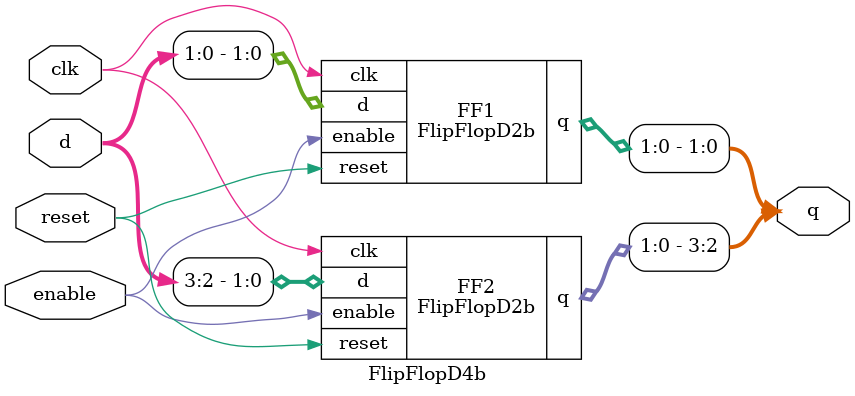
<source format=v>
module  FlipFlopD1b(input d,enable,reset,clk,output reg q);

    always @(posedge clk, posedge reset) begin  //reset asincrono
        if (reset) q = 0; // si el reset esta activado la salida se coloca en 0
        else if (enable) q = d; //si reset esta en 0 y ademas esta enable en 1, entonces deja pasar d a q
    end

endmodule

module FlipFlopD2b(input wire [1:0] d, input wire enable, reset, clk, output wire [1:0] q );

    FlipFlopD1b FF1(d[0], enable, reset,clk, q[0]);//primer FF
    FlipFlopD1b FF2(d[1], enable, reset,clk, q[1]);//segundo FF

endmodule

module FlipFlopD4b(input [3:0] d, input wire enable, reset, clk, output wire [3:0] q );

    FlipFlopD2b FF1(d[1:0], enable, reset,clk, q[1:0]); // FF de los bits 0 y 1
    FlipFlopD2b FF2(d[3:2], enable, reset,clk, q[3:2]); // Ff de los bits 2 y 3

endmodule
</source>
